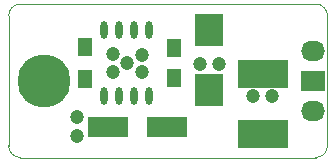
<source format=gts>
G04 #@! TF.FileFunction,Soldermask,Top*
%FSLAX46Y46*%
G04 Gerber Fmt 4.6, Leading zero omitted, Abs format (unit mm)*
G04 Created by KiCad (PCBNEW (2015-07-01 BZR 5850)-product) date Fri Aug 28 18:28:50 2015*
%MOMM*%
G01*
G04 APERTURE LIST*
%ADD10C,0.050000*%
%ADD11C,0.100000*%
%ADD12C,1.200000*%
%ADD13R,4.300000X2.400000*%
%ADD14R,2.350000X2.770000*%
%ADD15R,1.250000X1.500000*%
%ADD16O,2.032000X1.727200*%
%ADD17R,2.032000X1.727200*%
%ADD18O,0.609600X1.473200*%
%ADD19R,1.300000X1.500000*%
%ADD20R,3.500120X1.800860*%
%ADD21C,4.500000*%
G04 APERTURE END LIST*
D10*
D11*
X28000000Y-37000000D02*
X28000000Y-26000000D01*
X54000000Y-38000000D02*
X29000000Y-38000000D01*
X55000000Y-26000000D02*
X55000000Y-37000000D01*
X29000000Y-25000000D02*
X54000000Y-25000000D01*
X55000000Y-26000000D02*
G75*
G03X54000000Y-25000000I-1000000J0D01*
G01*
X54000000Y-38000000D02*
G75*
G03X55000000Y-37000000I0J1000000D01*
G01*
X28000000Y-37000000D02*
G75*
G03X29000000Y-38000000I1000000J0D01*
G01*
X29000000Y-25000000D02*
G75*
G03X28000000Y-26000000I0J-1000000D01*
G01*
D12*
X33800000Y-34600000D03*
X50300000Y-32800000D03*
X48700000Y-32800000D03*
X36800000Y-29200000D03*
X39300000Y-30800000D03*
X33800000Y-36200000D03*
X39300000Y-29300000D03*
X36800000Y-30800000D03*
X45800000Y-30100000D03*
X44200000Y-30100000D03*
D13*
X49500000Y-36040000D03*
X49500000Y-30960000D03*
D14*
X45000000Y-27180000D03*
X45000000Y-32320000D03*
D15*
X42000000Y-31250000D03*
X42000000Y-28750000D03*
D16*
X53750000Y-34040000D03*
D17*
X53750000Y-31500000D03*
D16*
X53750000Y-28960000D03*
D18*
X39905000Y-27206000D03*
X38635000Y-27206000D03*
X37365000Y-27206000D03*
X36095000Y-27206000D03*
X36095000Y-32794000D03*
X37365000Y-32794000D03*
X38635000Y-32794000D03*
X39905000Y-32794000D03*
D19*
X34500000Y-31350000D03*
X34500000Y-28650000D03*
D20*
X36400640Y-35400000D03*
X41399360Y-35400000D03*
D12*
X38000000Y-30000000D03*
D21*
X31000000Y-31500000D03*
M02*

</source>
